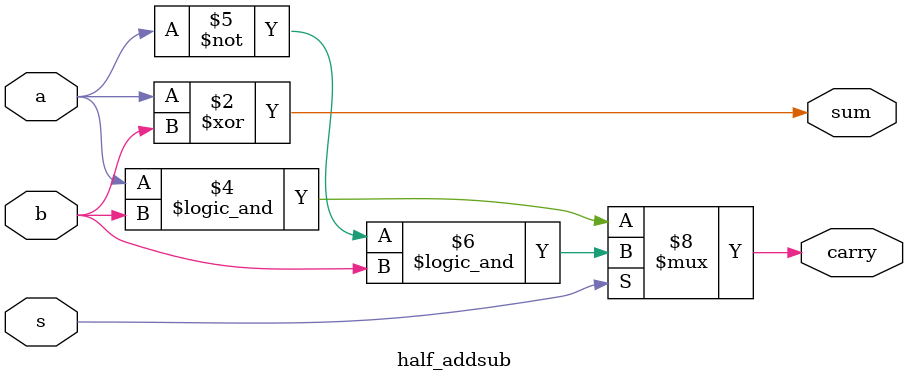
<source format=v>
module half_addsub (
	input a,
	input b,
	input s,
	output reg sum,
	output reg carry
);

// 0 for add
// 1 for sub

always@(*) begin
	sum <= a^b;
	if(s==1'b0) begin
		carry <= a&&b;
	end else begin
		carry <= (~a)&&b;
	end
end

endmodule


</source>
